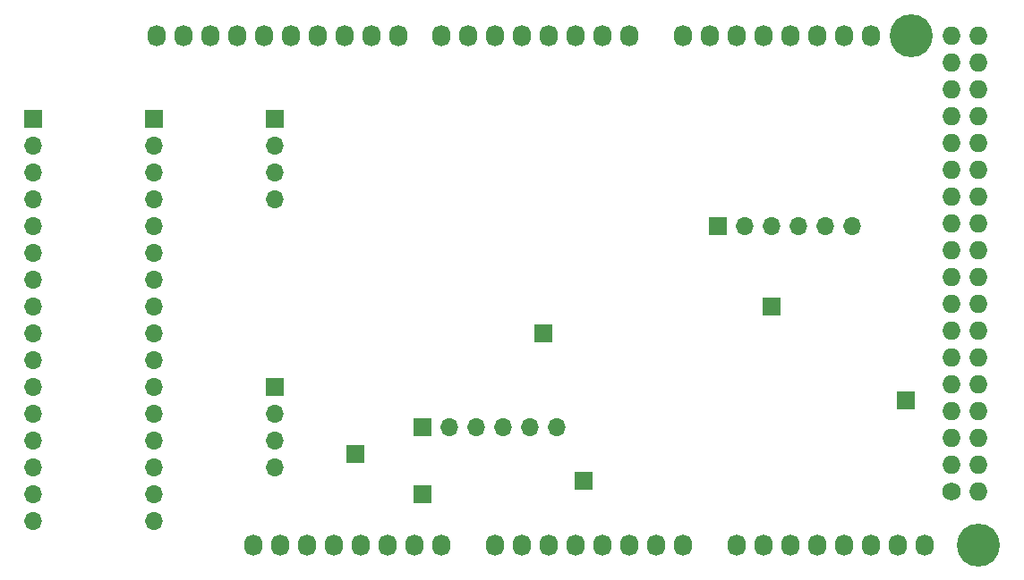
<source format=gbr>
%TF.GenerationSoftware,KiCad,Pcbnew,(5.1.9)-1*%
%TF.CreationDate,2021-01-26T09:39:54-05:00*%
%TF.ProjectId,PCB,5043422e-6b69-4636-9164-5f7063625858,rev?*%
%TF.SameCoordinates,Original*%
%TF.FileFunction,Soldermask,Bot*%
%TF.FilePolarity,Negative*%
%FSLAX46Y46*%
G04 Gerber Fmt 4.6, Leading zero omitted, Abs format (unit mm)*
G04 Created by KiCad (PCBNEW (5.1.9)-1) date 2021-01-26 09:39:54*
%MOMM*%
%LPD*%
G01*
G04 APERTURE LIST*
%ADD10R,1.700000X1.700000*%
%ADD11C,1.727200*%
%ADD12O,1.727200X1.727200*%
%ADD13O,1.700000X1.700000*%
%ADD14C,4.064000*%
%ADD15O,1.727200X2.032000*%
G04 APERTURE END LIST*
D10*
%TO.C,J12*%
X140970000Y-110490000D03*
%TD*%
%TO.C,J11*%
X162560000Y-113030000D03*
%TD*%
%TO.C,J10*%
X158750000Y-99060000D03*
%TD*%
%TO.C,J9*%
X147320000Y-114300000D03*
%TD*%
%TO.C,J8*%
X193040000Y-105410000D03*
%TD*%
%TO.C,J7*%
X180340000Y-96520000D03*
%TD*%
D11*
%TO.C,P1*%
X197358000Y-114046000D03*
D12*
X199898000Y-114046000D03*
X197358000Y-111506000D03*
X199898000Y-111506000D03*
X197358000Y-108966000D03*
X199898000Y-108966000D03*
X197358000Y-106426000D03*
X199898000Y-106426000D03*
X197358000Y-103886000D03*
X199898000Y-103886000D03*
X197358000Y-101346000D03*
X199898000Y-101346000D03*
X197358000Y-98806000D03*
X199898000Y-98806000D03*
X197358000Y-96266000D03*
X199898000Y-96266000D03*
X197358000Y-93726000D03*
X199898000Y-93726000D03*
X197358000Y-91186000D03*
X199898000Y-91186000D03*
X197358000Y-88646000D03*
X199898000Y-88646000D03*
X197358000Y-86106000D03*
X199898000Y-86106000D03*
X197358000Y-83566000D03*
X199898000Y-83566000D03*
X197358000Y-81026000D03*
X199898000Y-81026000D03*
X197358000Y-78486000D03*
X199898000Y-78486000D03*
X197358000Y-75946000D03*
X199898000Y-75946000D03*
X197358000Y-73406000D03*
X199898000Y-73406000D03*
X197358000Y-70866000D03*
X199898000Y-70866000D03*
%TD*%
D13*
%TO.C,J6*%
X133350000Y-111760000D03*
X133350000Y-109220000D03*
X133350000Y-106680000D03*
D10*
X133350000Y-104140000D03*
%TD*%
D13*
%TO.C,J5*%
X121920000Y-116840000D03*
X121920000Y-114300000D03*
X121920000Y-111760000D03*
X121920000Y-109220000D03*
X121920000Y-106680000D03*
X121920000Y-104140000D03*
X121920000Y-101600000D03*
X121920000Y-99060000D03*
X121920000Y-96520000D03*
X121920000Y-93980000D03*
X121920000Y-91440000D03*
X121920000Y-88900000D03*
X121920000Y-86360000D03*
X121920000Y-83820000D03*
X121920000Y-81280000D03*
D10*
X121920000Y-78740000D03*
%TD*%
D13*
%TO.C,J4*%
X110490000Y-116840000D03*
X110490000Y-114300000D03*
X110490000Y-111760000D03*
X110490000Y-109220000D03*
X110490000Y-106680000D03*
X110490000Y-104140000D03*
X110490000Y-101600000D03*
X110490000Y-99060000D03*
X110490000Y-96520000D03*
X110490000Y-93980000D03*
X110490000Y-91440000D03*
X110490000Y-88900000D03*
X110490000Y-86360000D03*
X110490000Y-83820000D03*
X110490000Y-81280000D03*
D10*
X110490000Y-78740000D03*
%TD*%
D13*
%TO.C,J3*%
X133350000Y-86360000D03*
X133350000Y-83820000D03*
X133350000Y-81280000D03*
D10*
X133350000Y-78740000D03*
%TD*%
D13*
%TO.C,J2*%
X160020000Y-107950000D03*
X157480000Y-107950000D03*
X154940000Y-107950000D03*
X152400000Y-107950000D03*
X149860000Y-107950000D03*
D10*
X147320000Y-107950000D03*
%TD*%
D13*
%TO.C,J1*%
X187960000Y-88900000D03*
X185420000Y-88900000D03*
X182880000Y-88900000D03*
X180340000Y-88900000D03*
X177800000Y-88900000D03*
D10*
X175260000Y-88900000D03*
%TD*%
D14*
%TO.C,P13*%
X193548000Y-70866000D03*
%TD*%
D15*
%TO.C,P2*%
X131318000Y-119126000D03*
X133858000Y-119126000D03*
X136398000Y-119126000D03*
X138938000Y-119126000D03*
X141478000Y-119126000D03*
X144018000Y-119126000D03*
X146558000Y-119126000D03*
X149098000Y-119126000D03*
%TD*%
%TO.C,P3*%
X154178000Y-119126000D03*
X156718000Y-119126000D03*
X159258000Y-119126000D03*
X161798000Y-119126000D03*
X164338000Y-119126000D03*
X166878000Y-119126000D03*
X169418000Y-119126000D03*
X171958000Y-119126000D03*
%TD*%
%TO.C,P4*%
X177038000Y-119126000D03*
X179578000Y-119126000D03*
X182118000Y-119126000D03*
X184658000Y-119126000D03*
X187198000Y-119126000D03*
X189738000Y-119126000D03*
X192278000Y-119126000D03*
X194818000Y-119126000D03*
%TD*%
%TO.C,P5*%
X122174000Y-70866000D03*
X124714000Y-70866000D03*
X127254000Y-70866000D03*
X129794000Y-70866000D03*
X132334000Y-70866000D03*
X134874000Y-70866000D03*
X137414000Y-70866000D03*
X139954000Y-70866000D03*
X142494000Y-70866000D03*
X145034000Y-70866000D03*
%TD*%
%TO.C,P6*%
X149098000Y-70866000D03*
X151638000Y-70866000D03*
X154178000Y-70866000D03*
X156718000Y-70866000D03*
X159258000Y-70866000D03*
X161798000Y-70866000D03*
X164338000Y-70866000D03*
X166878000Y-70866000D03*
%TD*%
%TO.C,P7*%
X171958000Y-70866000D03*
X174498000Y-70866000D03*
X177038000Y-70866000D03*
X179578000Y-70866000D03*
X182118000Y-70866000D03*
X184658000Y-70866000D03*
X187198000Y-70866000D03*
X189738000Y-70866000D03*
%TD*%
D14*
%TO.C,P10*%
X199898000Y-119126000D03*
%TD*%
M02*

</source>
